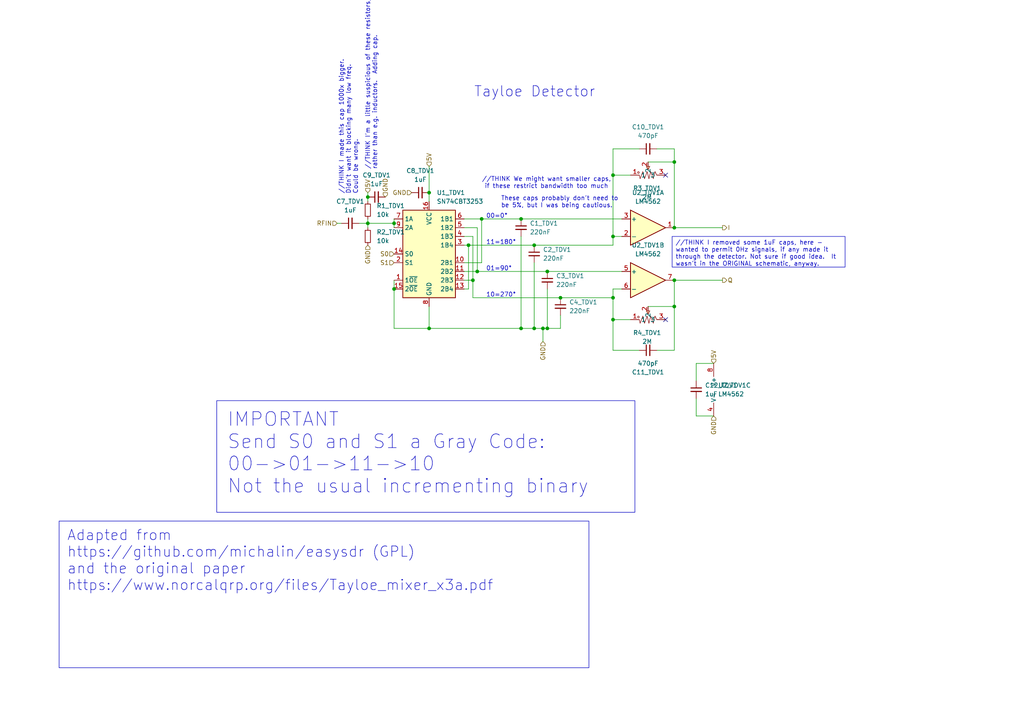
<source format=kicad_sch>
(kicad_sch (version 20231120) (generator "eeschema") (generator_version "8.0")
  (paper "A4")
  (lib_symbols
    (symbol "Amplifier_Operational:LM4562" (pin_names (offset 0.127))
      (property "Reference" "U" (at 0 5.08 0))
      (property "Value" "LM4562" (at 0 -5.08 0))
      (symbol "LM4562_1_1"
        (polyline (pts (xy -5.08 5.08) (xy 5.08 0) (xy -5.08 -5.08) (xy -5.08 5.08)) (stroke (width 0.254)) (fill (type background)))
        (pin output line (at 7.62 0 180) (length 2.54) (name "~") (number "1"))
        (pin input line (at -7.62 -2.54 0) (length 2.54) (name "-") (number "2"))
        (pin input line (at -7.62 2.54 0) (length 2.54) (name "+") (number "3"))
      )
      (symbol "LM4562_2_1"
        (polyline (pts (xy -5.08 5.08) (xy 5.08 0) (xy -5.08 -5.08) (xy -5.08 5.08)) (stroke (width 0.254)) (fill (type background)))
        (pin input line (at -7.62 2.54 0) (length 2.54) (name "+") (number "5"))
        (pin input line (at -7.62 -2.54 0) (length 2.54) (name "-") (number "6"))
        (pin output line (at 7.62 0 180) (length 2.54) (name "~") (number "7"))
      )
      (symbol "LM4562_3_1"
        (pin power_in line (at -2.54 -7.62 90) (length 3.81) (name "V-") (number "4"))
        (pin power_in line (at -2.54 7.62 270) (length 3.81) (name "V+") (number "8"))
      )
    )
    (symbol "Analog_Switch:SN74CBT3253"
      (property "Reference" "U" (at -7.62 13.97 0))
      (property "Value" "SN74CBT3253" (at -11.43 -13.97 0))
      (symbol "SN74CBT3253_0_1"
        (rectangle (start -7.62 12.7) (end 7.62 -12.7) (stroke (width 0.254)) (fill (type background)))
        (rectangle (start 7.62 -12.7) (end 7.62 -12.7))
      )
      (symbol "SN74CBT3253_1_1"
        (pin input line (at -10.16 -7.62 0) (length 2.54) (name "1~{OE}") (number "1"))
        (pin bidirectional line (at 10.16 -2.54 180) (length 2.54) (name "2B1") (number "10"))
        (pin bidirectional line (at 10.16 -5.08 180) (length 2.54) (name "2B2") (number "11"))
        (pin bidirectional line (at 10.16 -7.62 180) (length 2.54) (name "2B3") (number "12"))
        (pin bidirectional line (at 10.16 -10.16 180) (length 2.54) (name "2B4") (number "13"))
        (pin input line (at -10.16 0 0) (length 2.54) (name "S0") (number "14"))
        (pin input line (at -10.16 -10.16 0) (length 2.54) (name "2~{OE}") (number "15"))
        (pin power_in line (at 0 15.24 270) (length 2.54) (name "VCC") (number "16"))
        (pin input line (at -10.16 -2.54 0) (length 2.54) (name "S1") (number "2"))
        (pin bidirectional line (at 10.16 2.54 180) (length 2.54) (name "1B4") (number "3"))
        (pin bidirectional line (at 10.16 5.08 180) (length 2.54) (name "1B3") (number "4"))
        (pin bidirectional line (at 10.16 7.62 180) (length 2.54) (name "1B2") (number "5"))
        (pin bidirectional line (at 10.16 10.16 180) (length 2.54) (name "1B1") (number "6"))
        (pin bidirectional line (at -10.16 10.16 0) (length 2.54) (name "1A") (number "7"))
        (pin power_in line (at 0 -15.24 90) (length 2.54) (name "GND") (number "8"))
        (pin bidirectional line (at -10.16 7.62 0) (length 2.54) (name "2A") (number "9"))
      )
    )
    (symbol "Device:C_Small" (pin_numbers hide) (pin_names (offset 0.254) hide)
      (property "Reference" "C" (at 0.254 1.778 0))
      (property "Value" "C_Small" (at 0.254 -2.032 0))
      (symbol "C_Small_0_1"
        (polyline (pts (xy -1.524 -0.508) (xy 1.524 -0.508)) (stroke (width 0.3302)))
        (polyline (pts (xy -1.524 0.508) (xy 1.524 0.508)) (stroke (width 0.3048)))
      )
      (symbol "C_Small_1_1"
        (pin passive line (at 0 2.54 270) (length 2.032) (name "~") (number "1"))
        (pin passive line (at 0 -2.54 90) (length 2.032) (name "~") (number "2"))
      )
    )
    (symbol "Device:R_Small" (pin_numbers hide) (pin_names (offset 0.254) hide)
      (property "Reference" "R" (at 0.762 0.508 0))
      (property "Value" "R_Small" (at 0.762 -1.016 0))
      (symbol "R_Small_0_1"
        (rectangle (start -0.762 1.778) (end 0.762 -1.778) (stroke (width 0.2032)))
      )
      (symbol "R_Small_1_1"
        (pin passive line (at 0 2.54 270) (length 0.762) (name "~") (number "1"))
        (pin passive line (at 0 -2.54 90) (length 0.762) (name "~") (number "2"))
      )
    )
    (symbol "easyeda2kicad:3313J-1-500E"
      (property "Reference" "R" (at 0 8.89 0))
      (property "Value" "3313J-1-500E" (at 0 -5.08 0))
      (symbol "3313J-1-500E_0_1"
        (polyline (pts (xy -2.54 0) (xy -2.03 1.02)))
        (polyline (pts (xy -2.03 1.02) (xy -1.52 -1.02)))
        (polyline (pts (xy -1.52 -1.02) (xy -0.76 1.02)))
        (polyline (pts (xy -0.76 1.02) (xy -0.25 -1.02)))
        (polyline (pts (xy -0.25 -1.02) (xy 0.25 1.02)))
        (polyline (pts (xy 0 2.54) (xy 0 1.52)))
        (polyline (pts (xy 0.25 1.02) (xy 1.02 -1.02)))
        (polyline (pts (xy 1.02 -1.02) (xy 1.52 1.02)))
        (polyline (pts (xy 1.52 1.02) (xy 2.29 -1.02)))
        (polyline (pts (xy 2.29 -1.02) (xy 2.54 0)))
        (polyline (pts (xy -0.51 2.54) (xy 0 1.52) (xy 0.51 2.54) (xy -0.51 2.54)) (fill (type background)))
        (circle (center 2.79 0.76) (radius 0.25))
        (pin unspecified line (at 5.08 0 180) (length 2.54) (name "1") (number "1"))
        (pin unspecified line (at 0 3.81 270) (length 1.27) (name "2") (number "2"))
        (pin unspecified line (at -5.08 0 0) (length 2.54) (name "3") (number "3"))
      )
    )
  )
  (junction (at 195.58 66.04))
  (junction (at 114.3 83.82))
  (junction (at 135.89 71.12))
  (junction (at 177.8 68.58))
  (junction (at 139.7 63.5))
  (junction (at 137.16 81.28))
  (junction (at 177.8 86.36))
  (junction (at 151.13 95.25))
  (junction (at 106.68 64.77))
  (junction (at 177.8 92.71))
  (junction (at 158.75 78.74))
  (junction (at 114.3 64.77))
  (junction (at 195.58 46.99))
  (junction (at 124.46 95.25))
  (junction (at 106.68 57.15))
  (junction (at 151.13 63.5))
  (junction (at 158.75 95.25))
  (junction (at 124.46 55.88))
  (junction (at 195.58 81.28))
  (junction (at 154.94 71.12))
  (junction (at 195.58 88.9))
  (junction (at 162.56 86.36))
  (junction (at 154.94 95.25))
  (junction (at 138.43 78.74))
  (junction (at 157.48 95.25))
  (junction (at 177.8 50.8))
  (no_connect (at 193.04 50.8))
  (no_connect (at 193.04 92.71))
  (wire (pts (xy 195.58 66.04) (xy 209.55 66.04)))
  (wire (pts (xy 177.8 43.18) (xy 177.8 50.8)))
  (wire (pts (xy 137.16 81.28) (xy 137.16 86.36)))
  (wire (pts (xy 124.46 55.88) (xy 124.46 58.42)))
  (wire (pts (xy 157.48 99.06) (xy 157.48 95.25)))
  (wire (pts (xy 124.46 95.25) (xy 124.46 88.9)))
  (wire (pts (xy 151.13 63.5) (xy 180.34 63.5)))
  (wire (pts (xy 195.58 81.28) (xy 209.55 81.28)))
  (wire (pts (xy 187.96 88.9) (xy 195.58 88.9)))
  (wire (pts (xy 114.3 64.77) (xy 114.3 66.04)))
  (wire (pts (xy 177.8 50.8) (xy 177.8 68.58)))
  (wire (pts (xy 177.8 50.8) (xy 182.88 50.8)))
  (wire (pts (xy 106.68 64.77) (xy 106.68 66.04)))
  (wire (pts (xy 137.16 68.58) (xy 134.62 68.58)))
  (wire (pts (xy 114.3 81.28) (xy 114.3 83.82)))
  (wire (pts (xy 124.46 48.26) (xy 124.46 55.88)))
  (wire (pts (xy 135.89 71.12) (xy 154.94 71.12)))
  (wire (pts (xy 177.8 68.58) (xy 180.34 68.58)))
  (wire (pts (xy 134.62 81.28) (xy 137.16 81.28)))
  (wire (pts (xy 137.16 81.28) (xy 137.16 68.58)))
  (wire (pts (xy 177.8 86.36) (xy 177.8 92.71)))
  (wire (pts (xy 139.7 76.2) (xy 139.7 63.5)))
  (wire (pts (xy 157.48 95.25) (xy 158.75 95.25)))
  (wire (pts (xy 104.14 64.77) (xy 106.68 64.77)))
  (wire (pts (xy 139.7 63.5) (xy 151.13 63.5)))
  (wire (pts (xy 134.62 71.12) (xy 135.89 71.12)))
  (wire (pts (xy 201.93 120.65) (xy 207.01 120.65)))
  (wire (pts (xy 177.8 92.71) (xy 177.8 101.6)))
  (wire (pts (xy 106.68 64.77) (xy 114.3 64.77)))
  (wire (pts (xy 137.16 86.36) (xy 162.56 86.36)))
  (wire (pts (xy 162.56 86.36) (xy 177.8 86.36)))
  (wire (pts (xy 138.43 66.04) (xy 134.62 66.04)))
  (wire (pts (xy 139.7 63.5) (xy 134.62 63.5)))
  (wire (pts (xy 106.68 55.88) (xy 106.68 57.15)))
  (wire (pts (xy 134.62 78.74) (xy 138.43 78.74)))
  (wire (pts (xy 187.96 46.99) (xy 195.58 46.99)))
  (wire (pts (xy 195.58 43.18) (xy 195.58 46.99)))
  (wire (pts (xy 97.79 64.77) (xy 99.06 64.77)))
  (wire (pts (xy 151.13 68.58) (xy 151.13 95.25)))
  (wire (pts (xy 201.93 115.57) (xy 201.93 120.65)))
  (wire (pts (xy 162.56 95.25) (xy 158.75 95.25)))
  (wire (pts (xy 177.8 68.58) (xy 177.8 71.12)))
  (wire (pts (xy 185.42 101.6) (xy 177.8 101.6)))
  (wire (pts (xy 177.8 92.71) (xy 182.88 92.71)))
  (wire (pts (xy 154.94 95.25) (xy 157.48 95.25)))
  (wire (pts (xy 180.34 83.82) (xy 177.8 83.82)))
  (wire (pts (xy 158.75 78.74) (xy 180.34 78.74)))
  (wire (pts (xy 158.75 83.82) (xy 158.75 95.25)))
  (wire (pts (xy 201.93 110.49) (xy 201.93 105.41)))
  (wire (pts (xy 195.58 46.99) (xy 195.58 66.04)))
  (wire (pts (xy 138.43 78.74) (xy 138.43 66.04)))
  (wire (pts (xy 114.3 95.25) (xy 124.46 95.25)))
  (wire (pts (xy 195.58 81.28) (xy 195.58 88.9)))
  (wire (pts (xy 195.58 88.9) (xy 195.58 101.6)))
  (wire (pts (xy 106.68 63.5) (xy 106.68 64.77)))
  (wire (pts (xy 154.94 76.2) (xy 154.94 95.25)))
  (wire (pts (xy 190.5 101.6) (xy 195.58 101.6)))
  (wire (pts (xy 106.68 57.15) (xy 106.68 58.42)))
  (wire (pts (xy 135.89 71.12) (xy 135.89 83.82)))
  (wire (pts (xy 190.5 43.18) (xy 195.58 43.18)))
  (wire (pts (xy 134.62 76.2) (xy 139.7 76.2)))
  (wire (pts (xy 177.8 83.82) (xy 177.8 86.36)))
  (wire (pts (xy 134.62 83.82) (xy 135.89 83.82)))
  (wire (pts (xy 151.13 95.25) (xy 154.94 95.25)))
  (wire (pts (xy 185.42 43.18) (xy 177.8 43.18)))
  (wire (pts (xy 162.56 91.44) (xy 162.56 95.25)))
  (wire (pts (xy 114.3 83.82) (xy 114.3 95.25)))
  (wire (pts (xy 151.13 95.25) (xy 124.46 95.25)))
  (wire (pts (xy 154.94 71.12) (xy 177.8 71.12)))
  (wire (pts (xy 201.93 105.41) (xy 207.01 105.41)))
  (wire (pts (xy 114.3 64.77) (xy 114.3 63.5)))
  (wire (pts (xy 138.43 78.74) (xy 158.75 78.74)))
  (text_box "IMPORTANT\nSend S0 and S1 a Gray Code:\n00->01->11->10\nNot the usual incrementing binary" (at 62.865 116.205 0) (size 121.285 32.385) (effects (font (size 4 4)) (justify left top)))
  (text_box "//THINK I removed some 1uF caps, here - wanted to permit 0Hz signals, if any made it through the detector. Not sure if good idea.  It wasn't in the ORIGINAL schematic, anyway." (at 194.945 68.58 0) (size 50.165 8.89) (effects (font (size 1.27 1.27)) (justify left top)))
  (text_box "Adapted from\nhttps://github.com/michalin/easysdr (GPL)\nand the original paper\nhttps://www.norcalqrp.org/files/Tayloe_mixer_x3a.pdf" (at 17.145 151.13 0) (size 153.67 42.545) (effects (font (size 3 3)) (justify left top)))
  (text "00=0°" (at 140.97 63.5 0) (effects (font (size 1.27 1.27)) (justify left bottom)))
  (text "//THINK I'm a little suspicious of these resistors,\nrather than e.g. inductors.  Adding cap." (at 107.696 49.276 90) (effects (font (size 1.27 1.27)) (justify left)))
  (text "01=90°" (at 140.97 78.74 0) (effects (font (size 1.27 1.27)) (justify left bottom)))
  (text "10=270°" (at 140.97 86.36 0) (effects (font (size 1.27 1.27)) (justify left bottom)))
  (text "These caps probably don't need to\nbe 5%, but I was being cautious." (at 145.288 58.674 0) (effects (font (size 1.27 1.27)) (justify left)))
  (text "//THINK We might want smaller caps,\nif these restrict bandwidth too much" (at 158.496 53.086 0) (effects (font (size 1.27 1.27))))
  (text "//THINK I made this cap 1000x bigger.\nDidn't want it blocking many low freq.\nCould be wrong." (at 101.092 56.388 90) (effects (font (size 1.27 1.27)) (justify left)))
  (text "Tayloe Detector" (at 137.414 28.448 0) (effects (font (size 3 3)) (justify left bottom)))
  (text "11=180°" (at 140.97 71.12 0) (effects (font (size 1.27 1.27)) (justify left bottom)))
  (hierarchical_label "5V" (shape input) (at 207.01 105.41 90))
  (hierarchical_label "GND" (shape input) (at 111.76 57.15 90))
  (hierarchical_label "Q" (shape output) (at 209.55 81.28 0))
  (hierarchical_label "GND" (shape input) (at 106.68 71.12 270))
  (hierarchical_label "5V" (shape input) (at 106.68 55.88 90))
  (hierarchical_label "GND" (shape input) (at 157.48 99.06 270))
  (hierarchical_label "5V" (shape input) (at 124.46 48.26 90))
  (hierarchical_label "S0" (shape input) (at 114.3 73.66 180))
  (hierarchical_label "GND" (shape input) (at 207.01 120.65 270))
  (hierarchical_label "I" (shape output) (at 209.55 66.04 0))
  (hierarchical_label "S1" (shape input) (at 114.3 76.2 180))
  (hierarchical_label "RFIN" (shape input) (at 97.79 64.77 180))
  (hierarchical_label "GND" (shape input) (at 119.38 55.88 180))
  (symbol (lib_id "Device:R_Small") (at 106.68 68.58 0) (unit 1)
    (property "Reference" "R2_TDV1" (at 109.22 67.3099 0) (effects (justify left)))
    (property "Value" "10k" (at 109.22 69.8499 0) (effects (justify left)))
    (property "Footprint" "Resistor_SMD:R_0402_1005Metric" (effects (hide yes)))
    (property "Description" "62.5mW Thick Film Resistors 50V ±100ppm/℃ ±1% 10kΩ 0402  Chip Resistor - Surface Mount ROHS" (effects (hide yes)))
    (property "MFR" "RC0402FR-0710KL" (effects (hide yes)))
    (property "LCSC" "C60490" (effects (hide yes)))
    (property "URL" "https://jlcpcb.com/partdetail/Yageo-RC0402FR0710KL/C60490" (effects (hide yes)))
  )
  (symbol (lib_id "Device:C_Small") (at 187.96 43.18 90) (unit 1)
    (property "Reference" "C10_TDV1" (at 187.9663 36.83 90))
    (property "Value" "470pF" (at 187.9663 39.37 90))
    (property "Footprint" "Capacitor_SMD:C_0402_1005Metric" (effects (hide yes)))
    (property "Description" "50V 470pF null ±2% 0402  Multilayer Ceramic Capacitors MLCC - SMD/SMT ROHS" (effects (hide yes)))
    (property "MFR" "GRM1555C1H471GA01D" (effects (hide yes)))
    (property "LCSC" "C701296" (effects (hide yes)))
    (property "URL" "https://jlcpcb.com/partdetail/736227-GRM1555C1H471GA01D/C701296" (effects (hide yes)))
  )
  (symbol (lib_id "Device:C_Small") (at 187.96 101.6 90) (mirror x) (unit 1)
    (property "Reference" "C11_TDV1" (at 187.9663 107.95 90))
    (property "Value" "470pF" (at 187.9663 105.41 90))
    (property "Footprint" "Capacitor_SMD:C_0402_1005Metric" (effects (hide yes)))
    (property "Description" "50V 470pF null ±2% 0402  Multilayer Ceramic Capacitors MLCC - SMD/SMT ROHS" (effects (hide yes)))
    (property "MFR" "GRM1555C1H471GA01D" (effects (hide yes)))
    (property "LCSC" "C701296" (effects (hide yes)))
    (property "URL" "https://jlcpcb.com/partdetail/736227-GRM1555C1H471GA01D/C701296" (effects (hide yes)))
  )
  (symbol (lib_id "Device:C_Small") (at 158.75 81.28 0) (unit 1)
    (property "Reference" "C3_TDV1" (at 161.29 80.0162 0) (effects (justify left)))
    (property "Value" "220nF" (at 161.29 82.5562 0) (effects (justify left)))
    (property "Footprint" "Capacitor_SMD:C_0402_1005Metric" (effects (hide yes)))
    (property "Description" "10V 220nF X5R ±5% 0402  Multilayer Ceramic Capacitors MLCC - SMD/SMT ROHS" (effects (hide yes)))
    (property "MFR" "0402X224J100CT" (effects (hide yes)))
    (property "LCSC" "C295939" (effects (hide yes)))
    (property "URL" "https://jlcpcb.com/partdetail/Walsin_TechCorp-0402X224J100CT/C295939" (effects (hide yes)))
  )
  (symbol (lib_id "Device:C_Small") (at 201.93 113.03 0) (unit 1)
    (property "Reference" "C12_TDV1" (at 204.47 111.7662 0) (effects (justify left)))
    (property "Value" "1uF" (at 204.47 114.3062 0) (effects (justify left)))
    (property "Footprint" "Capacitor_SMD:C_0402_1005Metric" (effects (hide yes)))
    (property "Description" "10V 1uF X5R ±10% 0402  Multilayer Ceramic Capacitors MLCC - SMD/SMT ROHS" (effects (hide yes)))
    (property "MFR" "CL05A105KP5NNNC" (effects (hide yes)))
    (property "LCSC" "C14445" (effects (hide yes)))
    (property "URL" "https://jlcpcb.com/partdetail/15107-CL05A105KP5NNNC/C14445" (effects (hide yes)))
  )
  (symbol (lib_id "Amplifier_Operational:LM4562") (at 187.96 66.04 0) (unit 1)
    (property "Reference" "U2_TDV1" (at 187.96 55.88 0))
    (property "Value" "LM4562" (at 187.96 58.42 0))
    (property "Footprint" "Package_SO:SOIC-8_3.9x4.9mm_P1.27mm" (effects (hide yes)))
    (property "Datasheet" "http://www.ti.com/lit/ds/symlink/lm4562.pdf" (effects (hide yes)))
    (property "Description" "双声道 SOIC-8  Audio Power OpAmps ROHS" (effects (hide yes)))
    (property "MFR" "LM4562MAX/NOPB" (effects (hide yes)))
    (property "LCSC" "C57367" (effects (hide yes)))
    (property "URL" "https://jlcpcb.com/partdetail/TexasInstruments-LM4562MAXNOPB/C57367" (effects (hide yes)))
  )
  (symbol (lib_id "easyeda2kicad:3313J-1-500E") (at 187.96 92.71 0) (mirror y) (unit 1)
    (property "Reference" "R4_TDV1" (at 187.71 96.52 0))
    (property "Value" "2M" (at 187.71 99.06 0))
    (property "Footprint" "easyeda2kicad:RES-ADJ-SMD_3313J-1" (effects (hide yes)))
    (property "Description" "±20% ±100ppm/℃ 125mW 2MΩ SMD,3.2x3.5mm  Variable Resistors/Potentiometers ROHS" (effects (hide yes)))
    (property "MFR" "3313J-1-205E" (effects (hide yes)))
    (property "LCSC" "C124623" (effects (hide yes)))
    (property "URL" "https://jlcpcb.com/partdetail/Bourns-3313J_1205E/C124623" (effects (hide yes)))
  )
  (symbol (lib_id "easyeda2kicad:3313J-1-500E") (at 187.96 50.8 0) (mirror y) (unit 1)
    (property "Reference" "R3_TDV1" (at 187.71 54.61 0))
    (property "Value" "2M" (at 187.71 57.15 0))
    (property "Footprint" "easyeda2kicad:RES-ADJ-SMD_3313J-1" (effects (hide yes)))
    (property "MFR" "3313J-1-205E" (effects (hide yes)))
    (property "LCSC" "C124623" (effects (hide yes)))
    (property "Description" "±20% ±100ppm/℃ 125mW 2MΩ SMD,3.2x3.5mm  Variable Resistors/Potentiometers ROHS" (effects (hide yes)))
    (property "URL" "https://jlcpcb.com/partdetail/Bourns-3313J_1205E/C124623" (effects (hide yes)))
  )
  (symbol (lib_id "Device:R_Small") (at 106.68 60.96 0) (unit 1)
    (property "Reference" "R1_TDV1" (at 109.22 59.6899 0) (effects (justify left)))
    (property "Value" "10k" (at 109.22 62.2299 0) (effects (justify left)))
    (property "Footprint" "Resistor_SMD:R_0402_1005Metric" (effects (hide yes)))
    (property "Description" "62.5mW Thick Film Resistors 50V ±100ppm/℃ ±1% 10kΩ 0402  Chip Resistor - Surface Mount ROHS" (effects (hide yes)))
    (property "MFR" "RC0402FR-0710KL" (effects (hide yes)))
    (property "LCSC" "C60490" (effects (hide yes)))
    (property "URL" "https://jlcpcb.com/partdetail/Yageo-RC0402FR0710KL/C60490" (effects (hide yes)))
  )
  (symbol (lib_id "Device:C_Small") (at 121.92 55.88 90) (unit 1)
    (property "Reference" "C8_TDV1" (at 121.9263 49.53 90))
    (property "Value" "1uF" (at 121.9263 52.07 90))
    (property "Footprint" "Capacitor_SMD:C_0402_1005Metric" (effects (hide yes)))
    (property "Description" "10V 1uF X5R ±10% 0402  Multilayer Ceramic Capacitors MLCC - SMD/SMT ROHS" (effects (hide yes)))
    (property "MFR" "CL05A105KP5NNNC" (effects (hide yes)))
    (property "LCSC" "C14445" (effects (hide yes)))
    (property "URL" "https://jlcpcb.com/partdetail/15107-CL05A105KP5NNNC/C14445" (effects (hide yes)))
  )
  (symbol (lib_id "Device:C_Small") (at 154.94 73.66 0) (unit 1)
    (property "Reference" "C2_TDV1" (at 157.48 72.3962 0) (effects (justify left)))
    (property "Value" "220nF" (at 157.48 74.9362 0) (effects (justify left)))
    (property "Footprint" "Capacitor_SMD:C_0402_1005Metric" (effects (hide yes)))
    (property "Description" "10V 220nF X5R ±5% 0402  Multilayer Ceramic Capacitors MLCC - SMD/SMT ROHS" (effects (hide yes)))
    (property "MFR" "0402X224J100CT" (effects (hide yes)))
    (property "LCSC" "C295939" (effects (hide yes)))
    (property "URL" "https://jlcpcb.com/partdetail/Walsin_TechCorp-0402X224J100CT/C295939" (effects (hide yes)))
  )
  (symbol (lib_id "Device:C_Small") (at 109.22 57.15 90) (unit 1)
    (property "Reference" "C9_TDV1" (at 109.2263 50.8 90))
    (property "Value" "1uF" (at 109.2263 53.34 90))
    (property "Footprint" "Capacitor_SMD:C_0402_1005Metric" (effects (hide yes)))
    (property "Description" "10V 1uF X5R ±10% 0402  Multilayer Ceramic Capacitors MLCC - SMD/SMT ROHS" (effects (hide yes)))
    (property "MFR" "CL05A105KP5NNNC" (effects (hide yes)))
    (property "LCSC" "C14445" (effects (hide yes)))
    (property "URL" "https://jlcpcb.com/partdetail/15107-CL05A105KP5NNNC/C14445" (effects (hide yes)))
  )
  (symbol (lib_id "Analog_Switch:SN74CBT3253") (at 124.46 73.66 0) (unit 1)
    (property "Reference" "U1_TDV1" (at 126.6541 55.88 0) (effects (justify left)))
    (property "Value" "SN74CBT3253" (at 126.6541 58.42 0) (effects (justify left)))
    (property "Footprint" "Package_SO:TSSOP-16_4.4x5mm_P0.65mm" (effects (hide yes)))
    (property "Datasheet" "http://www.ti.com/lit/gpn/sn74cbt3253" (effects (hide yes)))
    (property "Description" "4.5V~5.5V TSSOP-16  Signal Switches / Encoders & Decoders / Multiplexers ROHS" (effects (hide yes)))
    (property "MFR" "SN74CBT3253CPWR" (effects (hide yes)))
    (property "LCSC" "C2674672" (effects (hide yes)))
    (property "URL" "https://jlcpcb.com/partdetail/TexasInstruments-SN74CBT3253CPWR/C2674672" (effects (hide yes)))
  )
  (symbol (lib_id "Device:C_Small") (at 101.6 64.77 90) (unit 1)
    (property "Reference" "C7_TDV1" (at 101.6063 58.42 90))
    (property "Value" "1uF" (at 101.6063 60.96 90))
    (property "Footprint" "Capacitor_SMD:C_0402_1005Metric" (effects (hide yes)))
    (property "Description" "10V 1uF X5R ±10% 0402  Multilayer Ceramic Capacitors MLCC - SMD/SMT ROHS" (effects (hide yes)))
    (property "MFR" "CL05A105KP5NNNC" (effects (hide yes)))
    (property "LCSC" "C14445" (effects (hide yes)))
    (property "URL" "https://jlcpcb.com/partdetail/15107-CL05A105KP5NNNC/C14445" (effects (hide yes)))
  )
  (symbol (lib_id "Device:C_Small") (at 151.13 66.04 0) (unit 1)
    (property "Reference" "C1_TDV1" (at 153.67 64.7762 0) (effects (justify left)))
    (property "Value" "220nF" (at 153.67 67.3162 0) (effects (justify left)))
    (property "Footprint" "Capacitor_SMD:C_0402_1005Metric" (effects (hide yes)))
    (property "Description" "10V 220nF X5R ±5% 0402  Multilayer Ceramic Capacitors MLCC - SMD/SMT ROHS" (effects (hide yes)))
    (property "MFR" "0402X224J100CT" (effects (hide yes)))
    (property "LCSC" "C295939" (effects (hide yes)))
    (property "URL" "https://jlcpcb.com/partdetail/Walsin_TechCorp-0402X224J100CT/C295939" (effects (hide yes)))
  )
  (symbol (lib_id "Amplifier_Operational:LM4562") (at 209.55 113.03 0) (unit 3)
    (property "Reference" "U2_TDV1" (at 208.28 111.7599 0) (effects (justify left)))
    (property "Value" "LM4562" (at 208.28 114.2999 0) (effects (justify left)))
    (property "Footprint" "Package_SO:SOIC-8_3.9x4.9mm_P1.27mm" (effects (hide yes)))
    (property "Datasheet" "http://www.ti.com/lit/ds/symlink/lm4562.pdf" (effects (hide yes)))
    (property "Description" "双声道 SOIC-8  Audio Power OpAmps ROHS" (effects (hide yes)))
    (property "MFR" "LM4562MAX/NOPB" (effects (hide yes)))
    (property "LCSC" "C57367" (effects (hide yes)))
    (property "URL" "https://jlcpcb.com/partdetail/TexasInstruments-LM4562MAXNOPB/C57367" (effects (hide yes)))
  )
  (symbol (lib_id "Device:C_Small") (at 162.56 88.9 0) (unit 1)
    (property "Reference" "C4_TDV1" (at 165.1 87.6362 0) (effects (justify left)))
    (property "Value" "220nF" (at 165.1 90.1762 0) (effects (justify left)))
    (property "Footprint" "Capacitor_SMD:C_0402_1005Metric" (effects (hide yes)))
    (property "Description" "10V 220nF X5R ±5% 0402  Multilayer Ceramic Capacitors MLCC - SMD/SMT ROHS" (effects (hide yes)))
    (property "MFR" "0402X224J100CT" (effects (hide yes)))
    (property "LCSC" "C295939" (effects (hide yes)))
    (property "URL" "https://jlcpcb.com/partdetail/Walsin_TechCorp-0402X224J100CT/C295939" (effects (hide yes)))
  )
  (symbol (lib_id "Amplifier_Operational:LM4562") (at 187.96 81.28 0) (unit 2)
    (property "Reference" "U2_TDV1" (at 187.96 71.12 0))
    (property "Value" "LM4562" (at 187.96 73.66 0))
    (property "Footprint" "Package_SO:SOIC-8_3.9x4.9mm_P1.27mm" (effects (hide yes)))
    (property "Datasheet" "http://www.ti.com/lit/ds/symlink/lm4562.pdf" (effects (hide yes)))
    (property "Description" "双声道 SOIC-8  Audio Power OpAmps ROHS" (effects (hide yes)))
    (property "MFR" "LM4562MAX/NOPB" (effects (hide yes)))
    (property "LCSC" "C57367" (effects (hide yes)))
    (property "URL" "https://jlcpcb.com/partdetail/TexasInstruments-LM4562MAXNOPB/C57367" (effects (hide yes)))
  )
)
</source>
